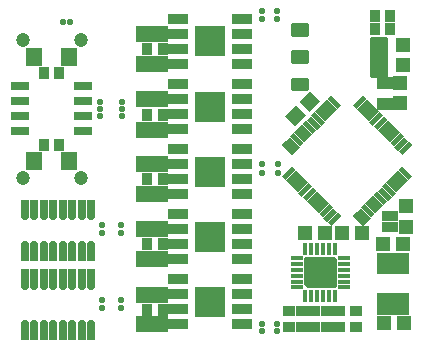
<source format=gbr>
G04 EAGLE Gerber RS-274X export*
G75*
%MOMM*%
%FSLAX34Y34*%
%LPD*%
%INSoldermask Top*%
%IPPOS*%
%AMOC8*
5,1,8,0,0,1.08239X$1,22.5*%
G01*
%ADD10C,1.203200*%
%ADD11C,0.553200*%
%ADD12R,1.103200X0.903200*%
%ADD13R,0.903200X1.103200*%
%ADD14R,0.463200X0.993200*%
%ADD15R,0.993200X0.463200*%
%ADD16R,0.457200X1.203200*%
%ADD17R,1.203200X0.457200*%
%ADD18R,1.603200X0.803200*%
%ADD19R,1.728200X0.853200*%
%ADD20R,2.593200X2.593200*%
%ADD21R,1.473200X0.838200*%
%ADD22R,2.743200X1.473200*%
%ADD23R,1.403200X1.603200*%
%ADD24R,0.686800X1.415000*%
%ADD25R,1.303200X1.203200*%
%ADD26R,1.203200X1.303200*%
%ADD27C,0.339959*%
%ADD28C,0.393431*%
%ADD29R,1.403200X1.003200*%
%ADD30C,0.711200*%

G36*
X298204Y57604D02*
X298204Y57604D01*
X298206Y57601D01*
X298724Y57669D01*
X298731Y57676D01*
X298736Y57673D01*
X299219Y57872D01*
X299224Y57881D01*
X299230Y57879D01*
X299644Y58197D01*
X299647Y58206D01*
X299653Y58206D01*
X299971Y58620D01*
X299971Y58630D01*
X299978Y58631D01*
X300177Y59114D01*
X300175Y59123D01*
X300181Y59126D01*
X300249Y59644D01*
X300246Y59648D01*
X300249Y59650D01*
X300249Y82150D01*
X300246Y82154D01*
X300249Y82156D01*
X300181Y82674D01*
X300174Y82681D01*
X300177Y82686D01*
X299978Y83169D01*
X299969Y83174D01*
X299971Y83180D01*
X299653Y83594D01*
X299644Y83597D01*
X299644Y83603D01*
X299230Y83921D01*
X299221Y83921D01*
X299219Y83928D01*
X298736Y84127D01*
X298727Y84125D01*
X298724Y84131D01*
X298206Y84199D01*
X298202Y84196D01*
X298200Y84199D01*
X274700Y84199D01*
X274696Y84196D01*
X274694Y84199D01*
X274176Y84131D01*
X274169Y84124D01*
X274164Y84127D01*
X273681Y83928D01*
X273676Y83919D01*
X273670Y83921D01*
X273256Y83603D01*
X273253Y83594D01*
X273247Y83594D01*
X272929Y83180D01*
X272929Y83171D01*
X272922Y83169D01*
X272723Y82686D01*
X272723Y82684D01*
X272721Y82682D01*
X272725Y82677D01*
X272719Y82674D01*
X272651Y82156D01*
X272654Y82152D01*
X272651Y82150D01*
X272651Y60650D01*
X272667Y60629D01*
X272665Y60615D01*
X275665Y57615D01*
X275692Y57612D01*
X275700Y57601D01*
X298200Y57601D01*
X298204Y57604D01*
G37*
G36*
X360862Y69367D02*
X360862Y69367D01*
X360882Y69365D01*
X360983Y69387D01*
X361085Y69404D01*
X361102Y69413D01*
X361122Y69417D01*
X361211Y69470D01*
X361302Y69519D01*
X361316Y69533D01*
X361333Y69543D01*
X361400Y69622D01*
X361472Y69697D01*
X361480Y69715D01*
X361493Y69730D01*
X361532Y69826D01*
X361575Y69920D01*
X361577Y69940D01*
X361585Y69958D01*
X361603Y70125D01*
X361603Y87125D01*
X361600Y87145D01*
X361602Y87165D01*
X361580Y87266D01*
X361564Y87368D01*
X361554Y87385D01*
X361550Y87405D01*
X361497Y87494D01*
X361449Y87585D01*
X361434Y87599D01*
X361424Y87616D01*
X361345Y87683D01*
X361270Y87755D01*
X361252Y87763D01*
X361237Y87776D01*
X361141Y87815D01*
X361047Y87858D01*
X361027Y87860D01*
X361009Y87868D01*
X360842Y87886D01*
X335342Y87886D01*
X335322Y87883D01*
X335303Y87885D01*
X335201Y87863D01*
X335099Y87847D01*
X335082Y87837D01*
X335062Y87833D01*
X334973Y87780D01*
X334882Y87732D01*
X334868Y87717D01*
X334851Y87707D01*
X334784Y87628D01*
X334713Y87553D01*
X334704Y87535D01*
X334691Y87520D01*
X334653Y87424D01*
X334609Y87330D01*
X334607Y87310D01*
X334599Y87292D01*
X334581Y87125D01*
X334581Y70125D01*
X334584Y70105D01*
X334582Y70086D01*
X334604Y69984D01*
X334621Y69882D01*
X334630Y69865D01*
X334634Y69845D01*
X334687Y69756D01*
X334736Y69665D01*
X334750Y69651D01*
X334760Y69634D01*
X334839Y69567D01*
X334914Y69496D01*
X334932Y69487D01*
X334947Y69474D01*
X335043Y69435D01*
X335137Y69392D01*
X335157Y69390D01*
X335175Y69382D01*
X335342Y69364D01*
X360842Y69364D01*
X360862Y69367D01*
G37*
G36*
X360862Y35367D02*
X360862Y35367D01*
X360882Y35365D01*
X360983Y35387D01*
X361085Y35404D01*
X361102Y35413D01*
X361122Y35417D01*
X361211Y35470D01*
X361302Y35519D01*
X361316Y35533D01*
X361333Y35543D01*
X361400Y35622D01*
X361472Y35697D01*
X361480Y35715D01*
X361493Y35730D01*
X361532Y35826D01*
X361575Y35920D01*
X361577Y35940D01*
X361585Y35958D01*
X361603Y36125D01*
X361603Y53125D01*
X361600Y53145D01*
X361602Y53165D01*
X361580Y53266D01*
X361564Y53368D01*
X361554Y53385D01*
X361550Y53405D01*
X361497Y53494D01*
X361449Y53585D01*
X361434Y53599D01*
X361424Y53616D01*
X361345Y53683D01*
X361270Y53755D01*
X361252Y53763D01*
X361237Y53776D01*
X361141Y53815D01*
X361047Y53858D01*
X361027Y53860D01*
X361009Y53868D01*
X360842Y53886D01*
X335342Y53886D01*
X335322Y53883D01*
X335303Y53885D01*
X335201Y53863D01*
X335099Y53847D01*
X335082Y53837D01*
X335062Y53833D01*
X334973Y53780D01*
X334882Y53732D01*
X334868Y53717D01*
X334851Y53707D01*
X334784Y53628D01*
X334713Y53553D01*
X334704Y53535D01*
X334691Y53520D01*
X334653Y53424D01*
X334609Y53330D01*
X334607Y53310D01*
X334599Y53292D01*
X334581Y53125D01*
X334581Y36125D01*
X334584Y36105D01*
X334582Y36086D01*
X334604Y35984D01*
X334621Y35882D01*
X334630Y35865D01*
X334634Y35845D01*
X334687Y35756D01*
X334736Y35665D01*
X334750Y35651D01*
X334760Y35634D01*
X334839Y35567D01*
X334914Y35496D01*
X334932Y35487D01*
X334947Y35474D01*
X335043Y35435D01*
X335137Y35392D01*
X335157Y35390D01*
X335175Y35382D01*
X335342Y35364D01*
X360842Y35364D01*
X360862Y35367D01*
G37*
D10*
X34500Y268100D03*
X83500Y268000D03*
X83500Y150900D03*
X34400Y151000D03*
D11*
X68800Y283300D03*
X74900Y283300D03*
X100300Y203700D03*
X100300Y209700D03*
X100300Y215600D03*
X118800Y203700D03*
X118800Y209700D03*
X118800Y215600D03*
X102000Y111200D03*
X102000Y104800D03*
X117500Y111200D03*
X117500Y104800D03*
X102000Y47450D03*
X102000Y41300D03*
X117500Y41300D03*
X117500Y47450D03*
X237500Y27600D03*
X237500Y21800D03*
X249850Y27600D03*
X249850Y21800D03*
X237500Y292200D03*
X237500Y285650D03*
X249850Y292200D03*
X249850Y285650D03*
X237000Y155000D03*
X237000Y163000D03*
X251000Y163000D03*
X251000Y155000D03*
D12*
X291782Y25218D03*
X291782Y38218D03*
X316650Y25218D03*
X316650Y38218D03*
X302350Y25218D03*
X302350Y38218D03*
D13*
X345502Y288057D03*
X332502Y288057D03*
D12*
X281250Y38218D03*
X281250Y25218D03*
D13*
X345456Y277475D03*
X332456Y277475D03*
D12*
X260050Y38118D03*
X260050Y25118D03*
X270650Y38218D03*
X270650Y25218D03*
D14*
X273950Y51200D03*
X278950Y51200D03*
X283950Y51200D03*
X288950Y51200D03*
X293950Y51200D03*
X298950Y51200D03*
D15*
X306150Y58400D03*
X306150Y63400D03*
X306150Y68400D03*
X306150Y73400D03*
X306150Y78400D03*
X306150Y83400D03*
D14*
X298950Y90600D03*
X293950Y90600D03*
X288950Y90600D03*
X283950Y90600D03*
X278950Y90600D03*
X273950Y90600D03*
D15*
X266750Y83400D03*
X266750Y78400D03*
X266750Y73400D03*
X266750Y68400D03*
X266750Y63400D03*
X266750Y58400D03*
D16*
G36*
X325631Y113865D02*
X322398Y110632D01*
X313891Y119139D01*
X317124Y122372D01*
X325631Y113865D01*
G37*
G36*
X329166Y117401D02*
X325933Y114168D01*
X317426Y122675D01*
X320659Y125908D01*
X329166Y117401D01*
G37*
G36*
X332702Y120936D02*
X329469Y117703D01*
X320962Y126210D01*
X324195Y129443D01*
X332702Y120936D01*
G37*
G36*
X336237Y124472D02*
X333004Y121239D01*
X324497Y129746D01*
X327730Y132979D01*
X336237Y124472D01*
G37*
G36*
X339773Y128007D02*
X336540Y124774D01*
X328033Y133281D01*
X331266Y136514D01*
X339773Y128007D01*
G37*
G36*
X343308Y131543D02*
X340075Y128310D01*
X331568Y136817D01*
X334801Y140050D01*
X343308Y131543D01*
G37*
G36*
X346844Y135078D02*
X343611Y131845D01*
X335104Y140352D01*
X338337Y143585D01*
X346844Y135078D01*
G37*
G36*
X350379Y138614D02*
X347146Y135381D01*
X338639Y143888D01*
X341872Y147121D01*
X350379Y138614D01*
G37*
G36*
X353915Y142149D02*
X350682Y138916D01*
X342175Y147423D01*
X345408Y150656D01*
X353915Y142149D01*
G37*
G36*
X357450Y145685D02*
X354217Y142452D01*
X345710Y150959D01*
X348943Y154192D01*
X357450Y145685D01*
G37*
G36*
X360986Y149220D02*
X357753Y145987D01*
X349246Y154494D01*
X352479Y157727D01*
X360986Y149220D01*
G37*
G36*
X364521Y152756D02*
X361288Y149523D01*
X352781Y158030D01*
X356014Y161263D01*
X364521Y152756D01*
G37*
D17*
G36*
X364521Y179243D02*
X356014Y170736D01*
X352781Y173969D01*
X361288Y182476D01*
X364521Y179243D01*
G37*
G36*
X360986Y182779D02*
X352479Y174272D01*
X349246Y177505D01*
X357753Y186012D01*
X360986Y182779D01*
G37*
G36*
X357450Y186314D02*
X348943Y177807D01*
X345710Y181040D01*
X354217Y189547D01*
X357450Y186314D01*
G37*
G36*
X353915Y189850D02*
X345408Y181343D01*
X342175Y184576D01*
X350682Y193083D01*
X353915Y189850D01*
G37*
G36*
X350379Y193385D02*
X341872Y184878D01*
X338639Y188111D01*
X347146Y196618D01*
X350379Y193385D01*
G37*
G36*
X346844Y196921D02*
X338337Y188414D01*
X335104Y191647D01*
X343611Y200154D01*
X346844Y196921D01*
G37*
G36*
X343308Y200456D02*
X334801Y191949D01*
X331568Y195182D01*
X340075Y203689D01*
X343308Y200456D01*
G37*
G36*
X339773Y203992D02*
X331266Y195485D01*
X328033Y198718D01*
X336540Y207225D01*
X339773Y203992D01*
G37*
G36*
X336237Y207527D02*
X327730Y199020D01*
X324497Y202253D01*
X333004Y210760D01*
X336237Y207527D01*
G37*
G36*
X332702Y211063D02*
X324195Y202556D01*
X320962Y205789D01*
X329469Y214296D01*
X332702Y211063D01*
G37*
G36*
X329166Y214599D02*
X320659Y206092D01*
X317426Y209325D01*
X325933Y217832D01*
X329166Y214599D01*
G37*
G36*
X325631Y218134D02*
X317124Y209627D01*
X313891Y212860D01*
X322398Y221367D01*
X325631Y218134D01*
G37*
D16*
G36*
X304417Y212860D02*
X301184Y209627D01*
X292677Y218134D01*
X295910Y221367D01*
X304417Y212860D01*
G37*
G36*
X300882Y209325D02*
X297649Y206092D01*
X289142Y214599D01*
X292375Y217832D01*
X300882Y209325D01*
G37*
G36*
X297346Y205789D02*
X294113Y202556D01*
X285606Y211063D01*
X288839Y214296D01*
X297346Y205789D01*
G37*
G36*
X293811Y202253D02*
X290578Y199020D01*
X282071Y207527D01*
X285304Y210760D01*
X293811Y202253D01*
G37*
G36*
X290275Y198718D02*
X287042Y195485D01*
X278535Y203992D01*
X281768Y207225D01*
X290275Y198718D01*
G37*
G36*
X286740Y195182D02*
X283507Y191949D01*
X275000Y200456D01*
X278233Y203689D01*
X286740Y195182D01*
G37*
G36*
X283204Y191647D02*
X279971Y188414D01*
X271464Y196921D01*
X274697Y200154D01*
X283204Y191647D01*
G37*
G36*
X279669Y188111D02*
X276436Y184878D01*
X267929Y193385D01*
X271162Y196618D01*
X279669Y188111D01*
G37*
G36*
X276133Y184576D02*
X272900Y181343D01*
X264393Y189850D01*
X267626Y193083D01*
X276133Y184576D01*
G37*
G36*
X272598Y181040D02*
X269365Y177807D01*
X260858Y186314D01*
X264091Y189547D01*
X272598Y181040D01*
G37*
G36*
X269062Y177505D02*
X265829Y174272D01*
X257322Y182779D01*
X260555Y186012D01*
X269062Y177505D01*
G37*
G36*
X265526Y173969D02*
X262293Y170736D01*
X253786Y179243D01*
X257019Y182476D01*
X265526Y173969D01*
G37*
D17*
G36*
X265526Y158030D02*
X257019Y149523D01*
X253786Y152756D01*
X262293Y161263D01*
X265526Y158030D01*
G37*
G36*
X269062Y154494D02*
X260555Y145987D01*
X257322Y149220D01*
X265829Y157727D01*
X269062Y154494D01*
G37*
G36*
X272598Y150959D02*
X264091Y142452D01*
X260858Y145685D01*
X269365Y154192D01*
X272598Y150959D01*
G37*
G36*
X276133Y147423D02*
X267626Y138916D01*
X264393Y142149D01*
X272900Y150656D01*
X276133Y147423D01*
G37*
G36*
X279669Y143888D02*
X271162Y135381D01*
X267929Y138614D01*
X276436Y147121D01*
X279669Y143888D01*
G37*
G36*
X283204Y140352D02*
X274697Y131845D01*
X271464Y135078D01*
X279971Y143585D01*
X283204Y140352D01*
G37*
G36*
X286740Y136817D02*
X278233Y128310D01*
X275000Y131543D01*
X283507Y140050D01*
X286740Y136817D01*
G37*
G36*
X290275Y133281D02*
X281768Y124774D01*
X278535Y128007D01*
X287042Y136514D01*
X290275Y133281D01*
G37*
G36*
X293811Y129746D02*
X285304Y121239D01*
X282071Y124472D01*
X290578Y132979D01*
X293811Y129746D01*
G37*
G36*
X297346Y126210D02*
X288839Y117703D01*
X285606Y120936D01*
X294113Y129443D01*
X297346Y126210D01*
G37*
G36*
X300882Y122675D02*
X292375Y114168D01*
X289142Y117401D01*
X297649Y125908D01*
X300882Y122675D01*
G37*
G36*
X304417Y119139D02*
X295910Y110632D01*
X292677Y113865D01*
X301184Y122372D01*
X304417Y119139D01*
G37*
D18*
X32000Y228650D03*
X32000Y215950D03*
X32000Y203250D03*
X32000Y190550D03*
X86000Y190550D03*
X86000Y203250D03*
X86000Y215950D03*
X86000Y228650D03*
D19*
X220020Y247620D03*
X220020Y260320D03*
X220020Y273020D03*
X220020Y285720D03*
X165780Y285720D03*
X165780Y273020D03*
X165780Y260320D03*
X165780Y247620D03*
D20*
X192900Y266670D03*
D21*
X345864Y118757D03*
X345864Y109757D03*
D19*
X220020Y192150D03*
X220020Y204850D03*
X220020Y217550D03*
X220020Y230250D03*
X165780Y230250D03*
X165780Y217550D03*
X165780Y204850D03*
X165780Y192150D03*
D20*
X192900Y211200D03*
D19*
X220020Y82450D03*
X220020Y95150D03*
X220020Y107850D03*
X220020Y120550D03*
X165780Y120550D03*
X165780Y107850D03*
X165780Y95150D03*
X165780Y82450D03*
D20*
X192900Y101500D03*
D19*
X220020Y27100D03*
X220020Y39800D03*
X220020Y52500D03*
X220020Y65200D03*
X165780Y65200D03*
X165780Y52500D03*
X165780Y39800D03*
X165780Y27100D03*
D20*
X192900Y46150D03*
D19*
X220020Y137420D03*
X220020Y150120D03*
X220020Y162820D03*
X220020Y175520D03*
X165780Y175520D03*
X165780Y162820D03*
X165780Y150120D03*
X165780Y137420D03*
D20*
X192900Y156470D03*
D22*
X143900Y82700D03*
X143900Y107910D03*
X143900Y27200D03*
X143900Y137630D03*
X143900Y162580D03*
X143900Y52200D03*
X143900Y247490D03*
X143900Y273200D03*
X143900Y192060D03*
X143900Y217770D03*
D13*
X139900Y260200D03*
X152900Y260200D03*
X139900Y204700D03*
X152900Y204700D03*
X139900Y39700D03*
X152900Y39700D03*
X139900Y95200D03*
X152900Y95200D03*
X139900Y150200D03*
X152900Y150200D03*
D23*
X44000Y253500D03*
X74000Y253500D03*
D13*
X52500Y240200D03*
X65500Y240200D03*
D23*
X44000Y165700D03*
X74000Y165700D03*
D13*
X52500Y179000D03*
X65500Y179000D03*
D24*
X36500Y125700D03*
X44500Y125700D03*
X52500Y125700D03*
X60500Y125700D03*
X68500Y125700D03*
X76500Y125700D03*
X84500Y125700D03*
X92500Y125700D03*
X92500Y87500D03*
X84500Y87500D03*
X76500Y87500D03*
X68500Y87500D03*
X60500Y87500D03*
X52500Y87500D03*
X44500Y87500D03*
X36500Y87500D03*
X36400Y20400D03*
X44400Y20400D03*
X52400Y20400D03*
X60400Y20400D03*
X68400Y20400D03*
X76400Y20400D03*
X84400Y20400D03*
X92400Y20400D03*
X92400Y67400D03*
X84400Y67400D03*
X76400Y67400D03*
X68400Y67400D03*
X60400Y67400D03*
X52400Y67400D03*
X44400Y67400D03*
X36400Y67400D03*
D21*
X348342Y40625D03*
X348342Y82625D03*
D25*
X340011Y28369D03*
X357011Y28369D03*
X339711Y94959D03*
X356711Y94959D03*
D26*
X358751Y109983D03*
X358751Y126983D03*
D27*
X263244Y272305D02*
X263244Y280237D01*
X274976Y280237D01*
X274976Y272305D01*
X263244Y272305D01*
X263244Y275535D02*
X274976Y275535D01*
X274976Y278765D02*
X263244Y278765D01*
X263244Y257337D02*
X263244Y249405D01*
X263244Y257337D02*
X274976Y257337D01*
X274976Y249405D01*
X263244Y249405D01*
X263244Y252635D02*
X274976Y252635D01*
X274976Y255865D02*
X263244Y255865D01*
X263244Y234437D02*
X263244Y226505D01*
X263244Y234437D02*
X274976Y234437D01*
X274976Y226505D01*
X263244Y226505D01*
X263244Y229735D02*
X274976Y229735D01*
X274976Y232965D02*
X263244Y232965D01*
D28*
X330411Y238122D02*
X330411Y268620D01*
X341609Y268620D01*
X341609Y238122D01*
X330411Y238122D01*
X330411Y241859D02*
X341609Y241859D01*
X341609Y245596D02*
X330411Y245596D01*
X330411Y249333D02*
X341609Y249333D01*
X341609Y253070D02*
X330411Y253070D01*
X330411Y256807D02*
X341609Y256807D01*
X341609Y260544D02*
X330411Y260544D01*
X330411Y264281D02*
X341609Y264281D01*
X341609Y268018D02*
X330411Y268018D01*
D29*
X340996Y213525D03*
X340996Y231525D03*
D25*
G36*
X274591Y204455D02*
X265377Y195241D01*
X256869Y203749D01*
X266083Y212963D01*
X274591Y204455D01*
G37*
G36*
X286612Y216476D02*
X277398Y207262D01*
X268890Y215770D01*
X278104Y224984D01*
X286612Y216476D01*
G37*
X273483Y104771D03*
X290483Y104771D03*
X304691Y104871D03*
X321691Y104871D03*
D26*
X356571Y264001D03*
X356571Y247001D03*
X353671Y231293D03*
X353671Y214293D03*
D30*
X36500Y118600D03*
X44500Y118600D03*
X52500Y118600D03*
X60500Y118600D03*
X68500Y118600D03*
X76500Y118600D03*
X84500Y118600D03*
X92500Y118600D03*
X92500Y94600D03*
X84500Y94600D03*
X76500Y94600D03*
X68500Y94600D03*
X60500Y94600D03*
X52500Y94600D03*
X44500Y94600D03*
X36500Y94600D03*
X36400Y27800D03*
X44400Y27800D03*
X52400Y27800D03*
X60400Y27800D03*
X68400Y27800D03*
X76400Y27800D03*
X84400Y27800D03*
X92400Y27800D03*
X92400Y60000D03*
X84400Y60000D03*
X76400Y60000D03*
X68400Y60000D03*
X60400Y60000D03*
X52400Y60000D03*
X44400Y60000D03*
X36400Y60000D03*
M02*

</source>
